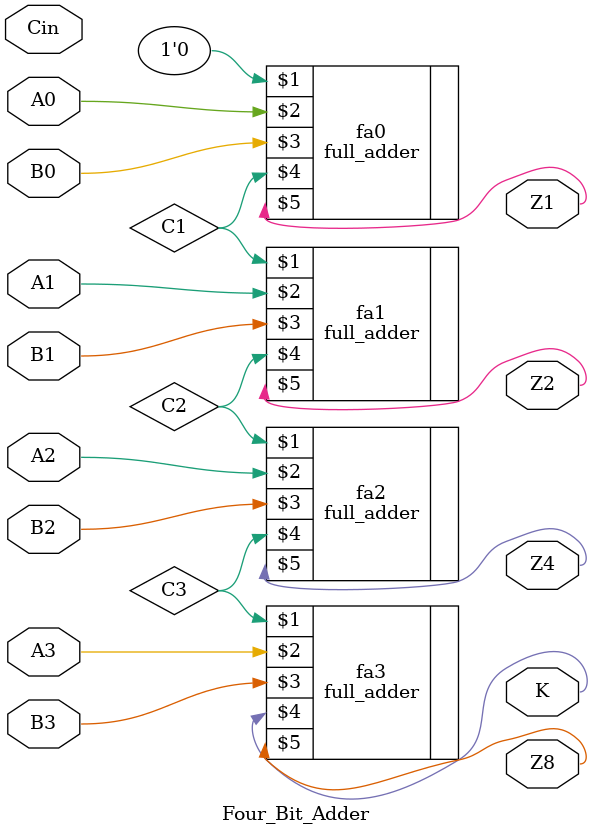
<source format=v>
`timescale 1ns / 1ps

module Four_Bit_Adder(Cin, A0, A1, A2, A3, B0, B1, B2, B3, K, Z8, Z4, Z2, Z1);
	//Cout = K; Z's for binary sum
	output K, Z8, Z4, Z2, Z1;
	input A0, A1, A2, A3, B0, B1, B2, B3, Cin;
	wire  C1, C2, C3;
	
	full_adder fa0 (1'b0, A0, B0, C1, Z1);
	full_adder fa1 (C1, A1, B1, C2, Z2);
	full_adder fa2 (C2, A2, B2, C3, Z4);
	full_adder fa3 (C3, A3, B3, K, Z8);
	
endmodule

/*
module Four_Bit_Adder(A, B, S, K);
	output [3:0]S;
	output K;
	input [3:0]A;
	input [3:0]B;
	wire  C1, C2, C3;	
	//Full_Adder(A, B, Cin, Cout, Sum)
	full_adder fa0 (1'b0, A[0], B[0], C1, S[0]);
	full_adder fa1 (C1, A[1], B[1], C2, S[1]);
	full_adder fa2 (C2, A[2], B[2], C3, S[2]);
	full_adder fa3 (C3, A[3], B[3], K, S[3]);


module Four_Bit_Adder(Cin, A0, A1, A2, A3, B0, B1, B2, B3, K, Z8, Z4, Z2, Z1);
	//Cout = K; Z's for binary sum
	output K, Z8, Z4, Z2, Z1;
	input A0, A1, A2, A3, B0, B1, B2, B3, Cin;
	wire  C1, C2, C3;
	
	Full_Adder fa0 (Cin, A0, B0, C1, Z1);
	Full_Adder fa1 (C1, A1, B1, C2, Z2);
	Full_Adder fa2 (C2, A2, B2, C3, Z4);
	Full_Adder fa3 (C3, A3, B3, K, Z8);
	

endmodule



endmodule
	*/

</source>
